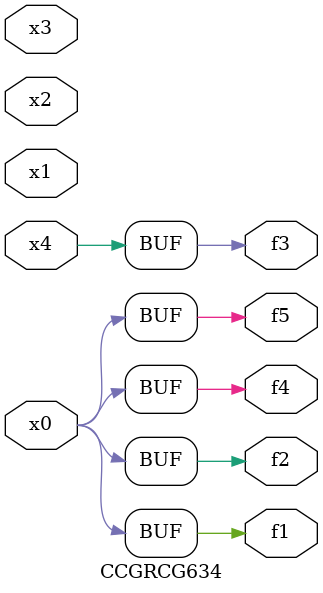
<source format=v>
module CCGRCG634(
	input x0, x1, x2, x3, x4,
	output f1, f2, f3, f4, f5
);
	assign f1 = x0;
	assign f2 = x0;
	assign f3 = x4;
	assign f4 = x0;
	assign f5 = x0;
endmodule

</source>
